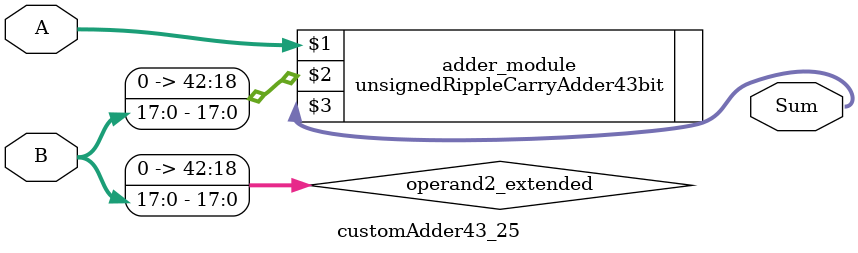
<source format=v>
module customAdder43_25(
                        input [42 : 0] A,
                        input [17 : 0] B,
                        
                        output [43 : 0] Sum
                );

        wire [42 : 0] operand2_extended;
        
        assign operand2_extended =  {25'b0, B};
        
        unsignedRippleCarryAdder43bit adder_module(
            A,
            operand2_extended,
            Sum
        );
        
        endmodule
        
</source>
